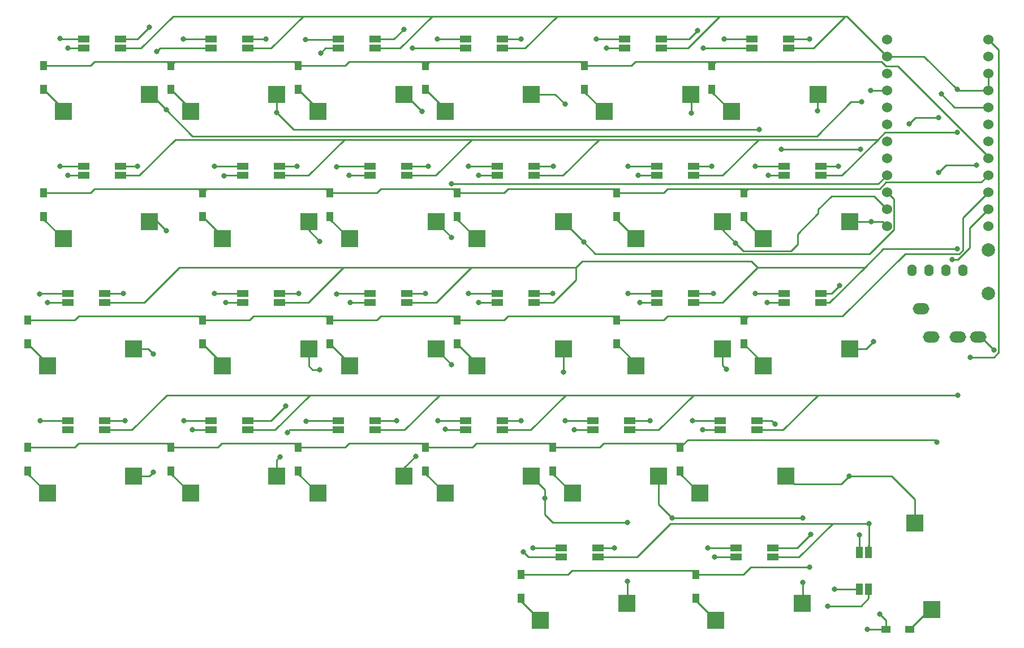
<source format=gbr>
G04 #@! TF.GenerationSoftware,KiCad,Pcbnew,(5.1.9)-1*
G04 #@! TF.CreationDate,2021-01-10T01:59:45+09:00*
G04 #@! TF.ProjectId,yuiop27,7975696f-7032-4372-9e6b-696361645f70,rev?*
G04 #@! TF.SameCoordinates,Original*
G04 #@! TF.FileFunction,Copper,L2,Bot*
G04 #@! TF.FilePolarity,Positive*
%FSLAX46Y46*%
G04 Gerber Fmt 4.6, Leading zero omitted, Abs format (unit mm)*
G04 Created by KiCad (PCBNEW (5.1.9)-1) date 2021-01-10 01:59:45*
%MOMM*%
%LPD*%
G01*
G04 APERTURE LIST*
G04 #@! TA.AperFunction,SMDPad,CuDef*
%ADD10R,2.550000X2.500000*%
G04 #@! TD*
G04 #@! TA.AperFunction,SMDPad,CuDef*
%ADD11R,1.000000X1.400000*%
G04 #@! TD*
G04 #@! TA.AperFunction,SMDPad,CuDef*
%ADD12R,1.400000X1.000000*%
G04 #@! TD*
G04 #@! TA.AperFunction,ComponentPad*
%ADD13O,2.500000X1.700000*%
G04 #@! TD*
G04 #@! TA.AperFunction,SMDPad,CuDef*
%ADD14R,1.000000X1.700000*%
G04 #@! TD*
G04 #@! TA.AperFunction,SMDPad,CuDef*
%ADD15R,1.700000X1.000000*%
G04 #@! TD*
G04 #@! TA.AperFunction,ComponentPad*
%ADD16O,1.397000X1.778000*%
G04 #@! TD*
G04 #@! TA.AperFunction,ComponentPad*
%ADD17C,2.000000*%
G04 #@! TD*
G04 #@! TA.AperFunction,SMDPad,CuDef*
%ADD18R,2.500000X2.550000*%
G04 #@! TD*
G04 #@! TA.AperFunction,ComponentPad*
%ADD19C,1.524000*%
G04 #@! TD*
G04 #@! TA.AperFunction,ViaPad*
%ADD20C,0.800000*%
G04 #@! TD*
G04 #@! TA.AperFunction,Conductor*
%ADD21C,0.250000*%
G04 #@! TD*
G04 APERTURE END LIST*
D10*
X172216750Y-129540000D03*
X159289750Y-132080000D03*
X168814750Y-93980000D03*
X181741750Y-91440000D03*
X106902250Y-113030000D03*
X119829250Y-110490000D03*
X145002250Y-93980000D03*
X157929250Y-91440000D03*
D11*
X80168750Y-68075000D03*
X80168750Y-71625000D03*
X99218750Y-68075000D03*
X99218750Y-71625000D03*
X118268750Y-71625000D03*
X118268750Y-68075000D03*
X137318750Y-68075000D03*
X137318750Y-71625000D03*
X161131250Y-68075000D03*
X161131250Y-71625000D03*
X180181250Y-71625000D03*
X180181250Y-68075000D03*
X80168750Y-90675000D03*
X80168750Y-87125000D03*
X103981250Y-90675000D03*
X103981250Y-87125000D03*
X123031250Y-87125000D03*
X123031250Y-90675000D03*
X142081250Y-90675000D03*
X142081250Y-87125000D03*
X165893750Y-90675000D03*
X165893750Y-87125000D03*
X184943750Y-87125000D03*
X184943750Y-90675000D03*
X77787500Y-106175000D03*
X77787500Y-109725000D03*
X103981250Y-109725000D03*
X103981250Y-106175000D03*
X123031250Y-109725000D03*
X123031250Y-106175000D03*
X142081250Y-106175000D03*
X142081250Y-109725000D03*
X165893750Y-106175000D03*
X165893750Y-109725000D03*
X184943750Y-106175000D03*
X184943750Y-109725000D03*
X77787500Y-125225000D03*
X77787500Y-128775000D03*
X99218750Y-125225000D03*
X99218750Y-128775000D03*
X118268750Y-125225000D03*
X118268750Y-128775000D03*
X137318750Y-125225000D03*
X137318750Y-128775000D03*
X156368750Y-128775000D03*
X156368750Y-125225000D03*
X175418750Y-128775000D03*
X175418750Y-125225000D03*
X151606250Y-144275000D03*
X151606250Y-147825000D03*
X177800000Y-144275000D03*
X177800000Y-147825000D03*
D12*
X209801000Y-152463500D03*
X206251000Y-152463500D03*
D13*
X219997750Y-108716500D03*
X216997750Y-108716500D03*
X212997750Y-108716500D03*
X211497750Y-104516500D03*
D14*
X203614250Y-146450500D03*
X202214250Y-146450500D03*
X203614250Y-140950500D03*
X202214250Y-140950500D03*
D15*
X183813000Y-141670000D03*
X183813000Y-140270000D03*
X189313000Y-141670000D03*
X189313000Y-140270000D03*
X181431750Y-122620000D03*
X181431750Y-121220000D03*
X186931750Y-122620000D03*
X186931750Y-121220000D03*
X196456750Y-102170000D03*
X196456750Y-103570000D03*
X190956750Y-102170000D03*
X190956750Y-103570000D03*
X190956750Y-84520000D03*
X190956750Y-83120000D03*
X196456750Y-84520000D03*
X196456750Y-83120000D03*
X191694250Y-64070000D03*
X191694250Y-65470000D03*
X186194250Y-64070000D03*
X186194250Y-65470000D03*
X167144250Y-65470000D03*
X167144250Y-64070000D03*
X172644250Y-65470000D03*
X172644250Y-64070000D03*
X177406750Y-83120000D03*
X177406750Y-84520000D03*
X171906750Y-83120000D03*
X171906750Y-84520000D03*
X171906750Y-103570000D03*
X171906750Y-102170000D03*
X177406750Y-103570000D03*
X177406750Y-102170000D03*
X167881750Y-121220000D03*
X167881750Y-122620000D03*
X162381750Y-121220000D03*
X162381750Y-122620000D03*
X157619250Y-141670000D03*
X157619250Y-140270000D03*
X163119250Y-141670000D03*
X163119250Y-140270000D03*
X148831750Y-121220000D03*
X148831750Y-122620000D03*
X143331750Y-121220000D03*
X143331750Y-122620000D03*
X148094250Y-103570000D03*
X148094250Y-102170000D03*
X153594250Y-103570000D03*
X153594250Y-102170000D03*
X153594250Y-83120000D03*
X153594250Y-84520000D03*
X148094250Y-83120000D03*
X148094250Y-84520000D03*
X143331750Y-65470000D03*
X143331750Y-64070000D03*
X148831750Y-65470000D03*
X148831750Y-64070000D03*
X129781750Y-64070000D03*
X129781750Y-65470000D03*
X124281750Y-64070000D03*
X124281750Y-65470000D03*
X129044250Y-84520000D03*
X129044250Y-83120000D03*
X134544250Y-84520000D03*
X134544250Y-83120000D03*
X134544250Y-102170000D03*
X134544250Y-103570000D03*
X129044250Y-102170000D03*
X129044250Y-103570000D03*
X129781750Y-121220000D03*
X129781750Y-122620000D03*
X124281750Y-121220000D03*
X124281750Y-122620000D03*
X110731750Y-121220000D03*
X110731750Y-122620000D03*
X105231750Y-121220000D03*
X105231750Y-122620000D03*
X109994250Y-103570000D03*
X109994250Y-102170000D03*
X115494250Y-103570000D03*
X115494250Y-102170000D03*
X115494250Y-83120000D03*
X115494250Y-84520000D03*
X109994250Y-83120000D03*
X109994250Y-84520000D03*
X105231750Y-65470000D03*
X105231750Y-64070000D03*
X110731750Y-65470000D03*
X110731750Y-64070000D03*
X91681750Y-64070000D03*
X91681750Y-65470000D03*
X86181750Y-64070000D03*
X86181750Y-65470000D03*
X86181750Y-84520000D03*
X86181750Y-83120000D03*
X91681750Y-84520000D03*
X91681750Y-83120000D03*
X83800500Y-103570000D03*
X83800500Y-102170000D03*
X89300500Y-103570000D03*
X89300500Y-102170000D03*
X83800500Y-122620000D03*
X83800500Y-121220000D03*
X89300500Y-122620000D03*
X89300500Y-121220000D03*
D16*
X210153250Y-98679000D03*
X212693250Y-98679000D03*
X215233250Y-98679000D03*
X217773250Y-98679000D03*
D17*
X221583250Y-95683000D03*
X221583250Y-102183000D03*
D10*
X83089750Y-74930000D03*
X96016750Y-72390000D03*
X102139750Y-74930000D03*
X115066750Y-72390000D03*
X134116750Y-72390000D03*
X121189750Y-74930000D03*
X153166750Y-72390000D03*
X140239750Y-74930000D03*
X176979250Y-72390000D03*
X164052250Y-74930000D03*
X196029250Y-72390000D03*
X183102250Y-74930000D03*
X96016750Y-91440000D03*
X83089750Y-93980000D03*
X119829250Y-91440000D03*
X106902250Y-93980000D03*
X125952250Y-93980000D03*
X138879250Y-91440000D03*
X200791750Y-91440000D03*
X187864750Y-93980000D03*
X93635500Y-110490000D03*
X80708500Y-113030000D03*
X125952250Y-113030000D03*
X138879250Y-110490000D03*
X145002250Y-113030000D03*
X157929250Y-110490000D03*
X168814750Y-113030000D03*
X181741750Y-110490000D03*
X187864750Y-113030000D03*
X200791750Y-110490000D03*
X93635500Y-129540000D03*
X80708500Y-132080000D03*
X102139750Y-132080000D03*
X115066750Y-129540000D03*
X134116750Y-129540000D03*
X121189750Y-132080000D03*
X153166750Y-129540000D03*
X140239750Y-132080000D03*
X191266750Y-129540000D03*
X178339750Y-132080000D03*
X167454250Y-148590000D03*
X154527250Y-151130000D03*
X193675000Y-148590000D03*
X180748000Y-151130000D03*
D18*
X210521550Y-136596450D03*
X213061550Y-149523450D03*
D19*
X221574650Y-64135000D03*
X221574650Y-66675000D03*
X221574650Y-69215000D03*
X221574650Y-71755000D03*
X221574650Y-74295000D03*
X221574650Y-76835000D03*
X221574650Y-79375000D03*
X221574650Y-81915000D03*
X221574650Y-84455000D03*
X221574650Y-86995000D03*
X221574650Y-89535000D03*
X221574650Y-92075000D03*
X206354650Y-92075000D03*
X206354650Y-89535000D03*
X206354650Y-86995000D03*
X206354650Y-84455000D03*
X206354650Y-81915000D03*
X206354650Y-79375000D03*
X206354650Y-76835000D03*
X206354650Y-74295000D03*
X206354650Y-71755000D03*
X206354650Y-69215000D03*
X206354650Y-66675000D03*
X206354650Y-64135000D03*
D20*
X213868000Y-124460000D03*
X216127500Y-97066902D03*
X205295500Y-150177500D03*
X203390500Y-152463500D03*
X194818000Y-143129000D03*
X222377000Y-110680500D03*
X216852500Y-71628000D03*
X203644500Y-136652000D03*
X216997750Y-117393250D03*
X216852500Y-95504000D03*
X216852500Y-78041500D03*
X181991000Y-64071500D03*
X186690000Y-83121500D03*
X177292000Y-121221500D03*
X186690000Y-102171500D03*
X167576500Y-102171500D03*
X162877500Y-64071500D03*
X167576500Y-83121500D03*
X143764000Y-102171500D03*
X139065000Y-64071500D03*
X143764000Y-83121500D03*
X139192000Y-121221500D03*
X124015500Y-102235000D03*
X119316500Y-64135000D03*
X124015500Y-83185000D03*
X119443500Y-121285000D03*
X203898500Y-71818500D03*
X79629000Y-121221500D03*
X79565500Y-102235000D03*
X82576749Y-83158251D03*
X82576749Y-64044751D03*
X101155500Y-121221500D03*
X105727500Y-102171500D03*
X105727500Y-83121500D03*
X101028500Y-64071500D03*
X153416000Y-140271500D03*
X158178500Y-121221500D03*
X179514500Y-140271500D03*
X198501000Y-146494500D03*
X197485000Y-148971000D03*
X194945000Y-138239500D03*
X202247500Y-138303000D03*
X218821000Y-111760000D03*
X189611000Y-121729500D03*
X180595500Y-141670000D03*
X178816000Y-122618500D03*
X199263000Y-101028500D03*
X188404500Y-103568500D03*
X199072500Y-83121500D03*
X188595000Y-84518500D03*
X194818000Y-64071500D03*
X178879500Y-65468500D03*
X177990500Y-62801500D03*
X164401500Y-65468500D03*
X180149500Y-83121500D03*
X169100500Y-84518500D03*
X180403500Y-102171500D03*
X169418000Y-103568500D03*
X170942000Y-121221500D03*
X159575500Y-122555000D03*
X165608000Y-140271500D03*
X151955500Y-140906500D03*
X151574500Y-121221500D03*
X140271500Y-122491500D03*
X156337000Y-102171500D03*
X145224500Y-103568500D03*
X156400500Y-83121500D03*
X145224500Y-84518500D03*
X151574500Y-64071500D03*
X135382000Y-65468500D03*
X134048500Y-62611000D03*
X121602500Y-66167000D03*
X137731500Y-83121500D03*
X125857000Y-84518500D03*
X137287000Y-102171500D03*
X126047500Y-103568500D03*
X132969000Y-121221500D03*
X116649500Y-122999500D03*
X116395500Y-118999000D03*
X102425500Y-122618500D03*
X118300500Y-102171500D03*
X107442000Y-103568500D03*
X118046500Y-83121500D03*
X107188000Y-84582000D03*
X113411000Y-64071500D03*
X97091500Y-65976500D03*
X96012000Y-62293500D03*
X83820000Y-65468500D03*
X94234000Y-83121500D03*
X83756500Y-84518500D03*
X92075000Y-102171500D03*
X80772000Y-103568500D03*
X92329000Y-121221500D03*
X209677000Y-76771500D03*
X214058500Y-75819000D03*
X214503000Y-72326500D03*
X214058500Y-84074000D03*
X219800000Y-82931000D03*
X96583500Y-128905000D03*
X98488500Y-74676000D03*
X98488500Y-92773500D03*
X96583500Y-111252000D03*
X202565000Y-73469500D03*
X115570000Y-126619000D03*
X115062000Y-75120500D03*
X202438000Y-80581500D03*
X190563500Y-80581500D03*
X187261500Y-77597000D03*
X121475500Y-113601500D03*
X121475500Y-94361000D03*
X135826500Y-126555500D03*
X136779000Y-74930000D03*
X141224000Y-93789500D03*
X141224000Y-112839500D03*
X141224000Y-85788500D03*
X157924500Y-113919000D03*
X167513000Y-136461500D03*
X167513000Y-145288000D03*
X155194000Y-132842000D03*
X160972500Y-94488000D03*
X158178500Y-73850500D03*
X177101500Y-75184000D03*
X193738500Y-135763000D03*
X193738500Y-145415000D03*
X174244000Y-135763000D03*
X183705500Y-94615000D03*
X182372000Y-113538000D03*
X200723500Y-129540000D03*
X195961000Y-74866500D03*
X204025500Y-91440000D03*
X204343000Y-109410500D03*
D21*
X98618749Y-67474999D02*
X99218750Y-68075000D01*
X87791749Y-67474999D02*
X98618749Y-67474999D01*
X87191748Y-68075000D02*
X87791749Y-67474999D01*
X80168750Y-68075000D02*
X87191748Y-68075000D01*
X117668749Y-67474999D02*
X118268750Y-68075000D01*
X99818751Y-67474999D02*
X117668749Y-67474999D01*
X99218750Y-68075000D02*
X99818751Y-67474999D01*
X136718749Y-67474999D02*
X137318750Y-68075000D01*
X125291748Y-68075000D02*
X125891749Y-67474999D01*
X125891749Y-67474999D02*
X136718749Y-67474999D01*
X118268750Y-68075000D02*
X125291748Y-68075000D01*
X160531249Y-67474999D02*
X161131250Y-68075000D01*
X137918751Y-67474999D02*
X160531249Y-67474999D01*
X137318750Y-68075000D02*
X137918751Y-67474999D01*
X179581249Y-67474999D02*
X180181250Y-68075000D01*
X168754249Y-67474999D02*
X179581249Y-67474999D01*
X168154248Y-68075000D02*
X168754249Y-67474999D01*
X161131250Y-68075000D02*
X168154248Y-68075000D01*
X221574650Y-81690648D02*
X221574650Y-81915000D01*
X206198887Y-68127999D02*
X208012001Y-68127999D01*
X205545887Y-67474999D02*
X206198887Y-68127999D01*
X180781251Y-67474999D02*
X205545887Y-67474999D01*
X208012001Y-68127999D02*
X221574650Y-81690648D01*
X180181250Y-68075000D02*
X180781251Y-67474999D01*
X83089750Y-74546000D02*
X80168750Y-71625000D01*
X83089750Y-74930000D02*
X83089750Y-74546000D01*
X102139750Y-74546000D02*
X99218750Y-71625000D01*
X102139750Y-74930000D02*
X102139750Y-74546000D01*
X121189750Y-74546000D02*
X118268750Y-71625000D01*
X121189750Y-74930000D02*
X121189750Y-74546000D01*
X140239750Y-74546000D02*
X137318750Y-71625000D01*
X140239750Y-74930000D02*
X140239750Y-74546000D01*
X161131250Y-72009000D02*
X164052250Y-74930000D01*
X161131250Y-71625000D02*
X161131250Y-72009000D01*
X180181250Y-72009000D02*
X183102250Y-74930000D01*
X180181250Y-71625000D02*
X180181250Y-72009000D01*
X80168750Y-91059000D02*
X83089750Y-93980000D01*
X80168750Y-90675000D02*
X80168750Y-91059000D01*
X103381249Y-86524999D02*
X103981250Y-87125000D01*
X87791749Y-86524999D02*
X103381249Y-86524999D01*
X87191748Y-87125000D02*
X87791749Y-86524999D01*
X80168750Y-87125000D02*
X87191748Y-87125000D01*
X122431249Y-86524999D02*
X123031250Y-87125000D01*
X104581251Y-86524999D02*
X122431249Y-86524999D01*
X103981250Y-87125000D02*
X104581251Y-86524999D01*
X141481249Y-86524999D02*
X142081250Y-87125000D01*
X130654249Y-86524999D02*
X141481249Y-86524999D01*
X130054248Y-87125000D02*
X130654249Y-86524999D01*
X123031250Y-87125000D02*
X130054248Y-87125000D01*
X165293749Y-86524999D02*
X165893750Y-87125000D01*
X149704249Y-86524999D02*
X165293749Y-86524999D01*
X149104248Y-87125000D02*
X149704249Y-86524999D01*
X142081250Y-87125000D02*
X149104248Y-87125000D01*
X184343749Y-86524999D02*
X184943750Y-87125000D01*
X172916748Y-87125000D02*
X173516749Y-86524999D01*
X173516749Y-86524999D02*
X184343749Y-86524999D01*
X165893750Y-87125000D02*
X172916748Y-87125000D01*
X220487649Y-85542001D02*
X221574650Y-84455000D01*
X205267649Y-86524999D02*
X206250647Y-85542001D01*
X185543751Y-86524999D02*
X205267649Y-86524999D01*
X206250647Y-85542001D02*
X220487649Y-85542001D01*
X184943750Y-87125000D02*
X185543751Y-86524999D01*
X106902250Y-93596000D02*
X103981250Y-90675000D01*
X106902250Y-93980000D02*
X106902250Y-93596000D01*
X123031250Y-91059000D02*
X125952250Y-93980000D01*
X123031250Y-90675000D02*
X123031250Y-91059000D01*
X142081250Y-91059000D02*
X145002250Y-93980000D01*
X165893750Y-91059000D02*
X168814750Y-93980000D01*
X165893750Y-90675000D02*
X165893750Y-91059000D01*
X184943750Y-91059000D02*
X187864750Y-93980000D01*
X184943750Y-90675000D02*
X184943750Y-91059000D01*
X80708500Y-112646000D02*
X77787500Y-109725000D01*
X80708500Y-113030000D02*
X80708500Y-112646000D01*
X103381249Y-105574999D02*
X103981250Y-106175000D01*
X85410499Y-105574999D02*
X103381249Y-105574999D01*
X84810498Y-106175000D02*
X85410499Y-105574999D01*
X77787500Y-106175000D02*
X84810498Y-106175000D01*
X122431249Y-105574999D02*
X123031250Y-106175000D01*
X111604249Y-105574999D02*
X122431249Y-105574999D01*
X111004248Y-106175000D02*
X111604249Y-105574999D01*
X103981250Y-106175000D02*
X111004248Y-106175000D01*
X141481249Y-105574999D02*
X142081250Y-106175000D01*
X130654249Y-105574999D02*
X141481249Y-105574999D01*
X130054248Y-106175000D02*
X130654249Y-105574999D01*
X123031250Y-106175000D02*
X130054248Y-106175000D01*
X165293749Y-105574999D02*
X165893750Y-106175000D01*
X149704249Y-105574999D02*
X165293749Y-105574999D01*
X149104248Y-106175000D02*
X149704249Y-105574999D01*
X142081250Y-106175000D02*
X149104248Y-106175000D01*
X184343749Y-105574999D02*
X184943750Y-106175000D01*
X173516749Y-105574999D02*
X184343749Y-105574999D01*
X172916748Y-106175000D02*
X173516749Y-105574999D01*
X165893750Y-106175000D02*
X172916748Y-106175000D01*
X217200501Y-96229001D02*
X217741500Y-95688002D01*
X209078999Y-96229001D02*
X217200501Y-96229001D01*
X199733001Y-105574999D02*
X209078999Y-96229001D01*
X185543751Y-105574999D02*
X199733001Y-105574999D01*
X184943750Y-106175000D02*
X185543751Y-105574999D01*
X217741500Y-90828150D02*
X221574650Y-86995000D01*
X217741500Y-95688002D02*
X217741500Y-90828150D01*
X106902250Y-112646000D02*
X103981250Y-109725000D01*
X106902250Y-113030000D02*
X106902250Y-112646000D01*
X125952250Y-112646000D02*
X123031250Y-109725000D01*
X125952250Y-113030000D02*
X125952250Y-112646000D01*
X145002250Y-112646000D02*
X142081250Y-109725000D01*
X145002250Y-113030000D02*
X145002250Y-112646000D01*
X168814750Y-112646000D02*
X165893750Y-109725000D01*
X168814750Y-113030000D02*
X168814750Y-112646000D01*
X187864750Y-112646000D02*
X184943750Y-109725000D01*
X187864750Y-113030000D02*
X187864750Y-112646000D01*
X98618749Y-124624999D02*
X99218750Y-125225000D01*
X85410499Y-124624999D02*
X98618749Y-124624999D01*
X84810498Y-125225000D02*
X85410499Y-124624999D01*
X77787500Y-125225000D02*
X84810498Y-125225000D01*
X117668749Y-124624999D02*
X118268750Y-125225000D01*
X106841749Y-124624999D02*
X117668749Y-124624999D01*
X106241748Y-125225000D02*
X106841749Y-124624999D01*
X99218750Y-125225000D02*
X106241748Y-125225000D01*
X136718749Y-124624999D02*
X137318750Y-125225000D01*
X125891749Y-124624999D02*
X136718749Y-124624999D01*
X125291748Y-125225000D02*
X125891749Y-124624999D01*
X118268750Y-125225000D02*
X125291748Y-125225000D01*
X155768749Y-124624999D02*
X156368750Y-125225000D01*
X144941749Y-124624999D02*
X155768749Y-124624999D01*
X144341748Y-125225000D02*
X144941749Y-124624999D01*
X137318750Y-125225000D02*
X144341748Y-125225000D01*
X174818749Y-124624999D02*
X175418750Y-125225000D01*
X163991749Y-124624999D02*
X174818749Y-124624999D01*
X163391748Y-125225000D02*
X163991749Y-124624999D01*
X156368750Y-125225000D02*
X163391748Y-125225000D01*
X216999010Y-97066902D02*
X218757500Y-95308412D01*
X216127500Y-97066902D02*
X216999010Y-97066902D01*
X218757500Y-92352150D02*
X221574650Y-89535000D01*
X218757500Y-95308412D02*
X218757500Y-92352150D01*
X213487000Y-124079000D02*
X213868000Y-124460000D01*
X176564750Y-124079000D02*
X213487000Y-124079000D01*
X175418750Y-125225000D02*
X176564750Y-124079000D01*
X77787500Y-129159000D02*
X80708500Y-132080000D01*
X77787500Y-128775000D02*
X77787500Y-129159000D01*
X99218750Y-129159000D02*
X102139750Y-132080000D01*
X99218750Y-128775000D02*
X99218750Y-129159000D01*
X118268750Y-129159000D02*
X121189750Y-132080000D01*
X118268750Y-128775000D02*
X118268750Y-129159000D01*
X137318750Y-129159000D02*
X140239750Y-132080000D01*
X137318750Y-128775000D02*
X137318750Y-129159000D01*
X156368750Y-129159000D02*
X159289750Y-132080000D01*
X156368750Y-128775000D02*
X156368750Y-129159000D01*
X175418750Y-129159000D02*
X178339750Y-132080000D01*
X175418750Y-128775000D02*
X175418750Y-129159000D01*
X177199999Y-143674999D02*
X177800000Y-144275000D01*
X159229249Y-143674999D02*
X177199999Y-143674999D01*
X158629248Y-144275000D02*
X159229249Y-143674999D01*
X151606250Y-144275000D02*
X158629248Y-144275000D01*
X203396998Y-152463500D02*
X206251000Y-152463500D01*
X184849998Y-144275000D02*
X185995998Y-143129000D01*
X177800000Y-144275000D02*
X184849998Y-144275000D01*
X206251000Y-151133000D02*
X205295500Y-150177500D01*
X206251000Y-152463500D02*
X206251000Y-151133000D01*
X203396998Y-152463500D02*
X203390500Y-152463500D01*
X194818000Y-143129000D02*
X185995998Y-143129000D01*
X151606250Y-148209000D02*
X154527250Y-151130000D01*
X151606250Y-147825000D02*
X151606250Y-148209000D01*
X177800000Y-148182000D02*
X180748000Y-151130000D01*
X177800000Y-147825000D02*
X177800000Y-148182000D01*
X212741050Y-149523450D02*
X209801000Y-152463500D01*
X213061550Y-149523450D02*
X212741050Y-149523450D01*
X220413000Y-108716500D02*
X219997750Y-108716500D01*
X222377000Y-110680500D02*
X220413000Y-108716500D01*
X221574650Y-71755000D02*
X221574650Y-69215000D01*
X206354650Y-66675000D02*
X200342500Y-60662850D01*
X94717700Y-65470000D02*
X91681750Y-65470000D01*
X99524850Y-60662850D02*
X94717700Y-65470000D01*
X114235000Y-65470000D02*
X119042150Y-60662850D01*
X110731750Y-65470000D02*
X114235000Y-65470000D01*
X119042150Y-60662850D02*
X99524850Y-60662850D01*
X133539000Y-65470000D02*
X138346150Y-60662850D01*
X129781750Y-65470000D02*
X133539000Y-65470000D01*
X138346150Y-60662850D02*
X119042150Y-60662850D01*
X152248700Y-65470000D02*
X157055850Y-60662850D01*
X157055850Y-60662850D02*
X138346150Y-60662850D01*
X148831750Y-65470000D02*
X152248700Y-65470000D01*
X176569200Y-65470000D02*
X181376350Y-60662850D01*
X172644250Y-65470000D02*
X176569200Y-65470000D01*
X195365200Y-65470000D02*
X200172350Y-60662850D01*
X191694250Y-65470000D02*
X195365200Y-65470000D01*
X200172350Y-60662850D02*
X181376350Y-60662850D01*
X200342500Y-60662850D02*
X200172350Y-60662850D01*
X181376350Y-60662850D02*
X158539150Y-60662850D01*
X158539150Y-60662850D02*
X157055850Y-60662850D01*
X168945760Y-141670000D02*
X163119250Y-141670000D01*
X174008630Y-136607130D02*
X168945760Y-141670000D01*
X193229000Y-141670000D02*
X198291870Y-136607130D01*
X189313000Y-141670000D02*
X193229000Y-141670000D01*
X203614250Y-139860250D02*
X203614250Y-140950500D01*
X93407000Y-122620000D02*
X89300500Y-122620000D01*
X98615500Y-117411500D02*
X93407000Y-122620000D01*
X114806500Y-122620000D02*
X120015000Y-117411500D01*
X110731750Y-122620000D02*
X114806500Y-122620000D01*
X120015000Y-117411500D02*
X98615500Y-117411500D01*
X134174000Y-122620000D02*
X139382500Y-117411500D01*
X129781750Y-122620000D02*
X134174000Y-122620000D01*
X139382500Y-117411500D02*
X120015000Y-117411500D01*
X153097000Y-122620000D02*
X158305500Y-117411500D01*
X148831750Y-122620000D02*
X153097000Y-122620000D01*
X158305500Y-117411500D02*
X139382500Y-117411500D01*
X167881750Y-122620000D02*
X172210500Y-122620000D01*
X172210500Y-122620000D02*
X177419000Y-117411500D01*
X177419000Y-117411500D02*
X158305500Y-117411500D01*
X186931750Y-122620000D02*
X190816000Y-122620000D01*
X196024500Y-117411500D02*
X177419000Y-117411500D01*
X190816000Y-122620000D02*
X196024500Y-117411500D01*
X94486691Y-84520000D02*
X99884463Y-79122228D01*
X99884463Y-79122228D02*
X99884463Y-79121000D01*
X91681750Y-84520000D02*
X94486691Y-84520000D01*
X119759500Y-84520000D02*
X125158500Y-79121000D01*
X125158500Y-79121000D02*
X99884463Y-79121000D01*
X115494250Y-84520000D02*
X119759500Y-84520000D01*
X138873000Y-84520000D02*
X144272000Y-79121000D01*
X134544250Y-84520000D02*
X138873000Y-84520000D01*
X144272000Y-79121000D02*
X125158500Y-79121000D01*
X157859500Y-84520000D02*
X163258500Y-79121000D01*
X153594250Y-84520000D02*
X157859500Y-84520000D01*
X163258500Y-79121000D02*
X144272000Y-79121000D01*
X181735500Y-84520000D02*
X187134500Y-79121000D01*
X177406750Y-84520000D02*
X181735500Y-84520000D01*
X187134500Y-79121000D02*
X163258500Y-79121000D01*
X95211118Y-103570000D02*
X100501809Y-98279309D01*
X89300500Y-103570000D02*
X95211118Y-103570000D01*
X115494250Y-103570000D02*
X119759500Y-103570000D01*
X125050191Y-98279309D02*
X100501809Y-98279309D01*
X119759500Y-103570000D02*
X125050191Y-98279309D01*
X138899118Y-103570000D02*
X144189809Y-98279309D01*
X134544250Y-103570000D02*
X138899118Y-103570000D01*
X144189809Y-98279309D02*
X125050191Y-98279309D01*
X156417409Y-103570000D02*
X159848191Y-100139218D01*
X153594250Y-103570000D02*
X156417409Y-103570000D01*
X159848191Y-98279309D02*
X144189809Y-98279309D01*
X159848191Y-100139218D02*
X159848191Y-98279309D01*
X181735500Y-103570000D02*
X187026191Y-98279309D01*
X177406750Y-103570000D02*
X181735500Y-103570000D01*
X203054309Y-98279309D02*
X187026191Y-98279309D01*
X216979500Y-71755000D02*
X216852500Y-71628000D01*
X221574650Y-71755000D02*
X216979500Y-71755000D01*
X198101370Y-136607130D02*
X174008630Y-136607130D01*
X198146240Y-136652000D02*
X198101370Y-136607130D01*
X203644500Y-136652000D02*
X198146240Y-136652000D01*
X198291870Y-136607130D02*
X198101370Y-136607130D01*
X203644500Y-140920250D02*
X203614250Y-140950500D01*
X203644500Y-136652000D02*
X203644500Y-140920250D01*
X211899500Y-66675000D02*
X206354650Y-66675000D01*
X216852500Y-71628000D02*
X211899500Y-66675000D01*
X216979500Y-117411500D02*
X216997750Y-117393250D01*
X196024500Y-117411500D02*
X216979500Y-117411500D01*
X205829618Y-95504000D02*
X216852500Y-95504000D01*
X203054309Y-98279309D02*
X205829618Y-95504000D01*
X197763618Y-103570000D02*
X203054309Y-98279309D01*
X196456750Y-103570000D02*
X197763618Y-103570000D01*
X204999888Y-79121000D02*
X206079388Y-78041500D01*
X187134500Y-79121000D02*
X204999888Y-79121000D01*
X206079388Y-78041500D02*
X216852500Y-78041500D01*
X199600888Y-84520000D02*
X204999888Y-79121000D01*
X196456750Y-84520000D02*
X199600888Y-84520000D01*
X160782000Y-97345500D02*
X159848191Y-98279309D01*
X186092382Y-97345500D02*
X160782000Y-97345500D01*
X187026191Y-98279309D02*
X186092382Y-97345500D01*
X203962000Y-71755000D02*
X203898500Y-71818500D01*
X206354650Y-71755000D02*
X203962000Y-71755000D01*
X145988000Y-83120000D02*
X145986500Y-83121500D01*
X107761000Y-102170000D02*
X107759500Y-102171500D01*
X126874500Y-102170000D02*
X126873000Y-102171500D01*
X145924500Y-102170000D02*
X145923000Y-102171500D01*
X83799000Y-121221500D02*
X83800500Y-121220000D01*
X79629000Y-121221500D02*
X83799000Y-121221500D01*
X79630500Y-102170000D02*
X79565500Y-102235000D01*
X83800500Y-102170000D02*
X79630500Y-102170000D01*
X82615000Y-83120000D02*
X82576749Y-83158251D01*
X86181750Y-83120000D02*
X82615000Y-83120000D01*
X82601998Y-64070000D02*
X82576749Y-64044751D01*
X86181750Y-64070000D02*
X82601998Y-64070000D01*
X105230250Y-121221500D02*
X105231750Y-121220000D01*
X101155500Y-121221500D02*
X105230250Y-121221500D01*
X105729000Y-102170000D02*
X105727500Y-102171500D01*
X109994250Y-102170000D02*
X105729000Y-102170000D01*
X105729000Y-83120000D02*
X105727500Y-83121500D01*
X109994250Y-83120000D02*
X105729000Y-83120000D01*
X101030000Y-64070000D02*
X101028500Y-64071500D01*
X105231750Y-64070000D02*
X101030000Y-64070000D01*
X124216750Y-64135000D02*
X124281750Y-64070000D01*
X119316500Y-64135000D02*
X124216750Y-64135000D01*
X124080500Y-83120000D02*
X124015500Y-83185000D01*
X129044250Y-83120000D02*
X124080500Y-83120000D01*
X124080500Y-102170000D02*
X124015500Y-102235000D01*
X129044250Y-102170000D02*
X124080500Y-102170000D01*
X119508500Y-121220000D02*
X119443500Y-121285000D01*
X124281750Y-121220000D02*
X119508500Y-121220000D01*
X139066500Y-64070000D02*
X139065000Y-64071500D01*
X143331750Y-64070000D02*
X139066500Y-64070000D01*
X143765500Y-83120000D02*
X143764000Y-83121500D01*
X148094250Y-83120000D02*
X143765500Y-83120000D01*
X143765500Y-102170000D02*
X143764000Y-102171500D01*
X148094250Y-102170000D02*
X143765500Y-102170000D01*
X139193500Y-121220000D02*
X139192000Y-121221500D01*
X143331750Y-121220000D02*
X139193500Y-121220000D01*
X162879000Y-64070000D02*
X162877500Y-64071500D01*
X167144250Y-64070000D02*
X162879000Y-64070000D01*
X167578000Y-83120000D02*
X167576500Y-83121500D01*
X171906750Y-83120000D02*
X167578000Y-83120000D01*
X158180000Y-121220000D02*
X158178500Y-121221500D01*
X162381750Y-121220000D02*
X158180000Y-121220000D01*
X167578000Y-102170000D02*
X167576500Y-102171500D01*
X171906750Y-102170000D02*
X167578000Y-102170000D01*
X181992500Y-64070000D02*
X181991000Y-64071500D01*
X186194250Y-64070000D02*
X181992500Y-64070000D01*
X186691500Y-83120000D02*
X186690000Y-83121500D01*
X190956750Y-83120000D02*
X186691500Y-83120000D01*
X186691500Y-102170000D02*
X186690000Y-102171500D01*
X190956750Y-102170000D02*
X186691500Y-102170000D01*
X180330250Y-121221500D02*
X177292000Y-121221500D01*
X180331750Y-121220000D02*
X180330250Y-121221500D01*
X181431750Y-121220000D02*
X180331750Y-121220000D01*
X153417500Y-140270000D02*
X153416000Y-140271500D01*
X157619250Y-140270000D02*
X153417500Y-140270000D01*
X183811500Y-140271500D02*
X183813000Y-140270000D01*
X179514500Y-140271500D02*
X183811500Y-140271500D01*
X202170250Y-146494500D02*
X202214250Y-146450500D01*
X198501000Y-146494500D02*
X202170250Y-146494500D01*
X203614250Y-146450500D02*
X203614250Y-147858250D01*
X202501500Y-148971000D02*
X197485000Y-148971000D01*
X203614250Y-147858250D02*
X202501500Y-148971000D01*
X192914500Y-140270000D02*
X189313000Y-140270000D01*
X194945000Y-138239500D02*
X192914500Y-140270000D01*
X202214250Y-138336250D02*
X202247500Y-138303000D01*
X202214250Y-140950500D02*
X202214250Y-138336250D01*
X223102001Y-65662351D02*
X221574650Y-64135000D01*
X223102001Y-111028501D02*
X223102001Y-65662351D01*
X222370502Y-111760000D02*
X223102001Y-111028501D01*
X218821000Y-111760000D02*
X222370502Y-111760000D01*
X183813000Y-141670000D02*
X183767500Y-141670000D01*
X189101500Y-121220000D02*
X186931750Y-121220000D01*
X189611000Y-121729500D02*
X189101500Y-121220000D01*
X183813000Y-141670000D02*
X180595500Y-141670000D01*
X178817500Y-122620000D02*
X178816000Y-122618500D01*
X181431750Y-122620000D02*
X178817500Y-122620000D01*
X198121500Y-102170000D02*
X196456750Y-102170000D01*
X199263000Y-101028500D02*
X198121500Y-102170000D01*
X188406000Y-103570000D02*
X188404500Y-103568500D01*
X190956750Y-103570000D02*
X188406000Y-103570000D01*
X196458250Y-83121500D02*
X196456750Y-83120000D01*
X199072500Y-83121500D02*
X196458250Y-83121500D01*
X188596500Y-84520000D02*
X188595000Y-84518500D01*
X190956750Y-84520000D02*
X188596500Y-84520000D01*
X191695750Y-64071500D02*
X191694250Y-64070000D01*
X194818000Y-64071500D02*
X191695750Y-64071500D01*
X186194250Y-65470000D02*
X186194250Y-65456250D01*
X186182000Y-65468500D02*
X178879500Y-65468500D01*
X186194250Y-65456250D02*
X186182000Y-65468500D01*
X176722000Y-64070000D02*
X172644250Y-64070000D01*
X177990500Y-62801500D02*
X176722000Y-64070000D01*
X164403000Y-65470000D02*
X164401500Y-65468500D01*
X167144250Y-65470000D02*
X164403000Y-65470000D01*
X177408250Y-83121500D02*
X177406750Y-83120000D01*
X180149500Y-83121500D02*
X177408250Y-83121500D01*
X169102000Y-84520000D02*
X169100500Y-84518500D01*
X171906750Y-84520000D02*
X169102000Y-84520000D01*
X177408250Y-102171500D02*
X177406750Y-102170000D01*
X180403500Y-102171500D02*
X177408250Y-102171500D01*
X169419500Y-103570000D02*
X169418000Y-103568500D01*
X171906750Y-103570000D02*
X169419500Y-103570000D01*
X167883250Y-121221500D02*
X167881750Y-121220000D01*
X170942000Y-121221500D02*
X167883250Y-121221500D01*
X159640500Y-122620000D02*
X159575500Y-122555000D01*
X162381750Y-122620000D02*
X159640500Y-122620000D01*
X163120750Y-140271500D02*
X163119250Y-140270000D01*
X165608000Y-140271500D02*
X163120750Y-140271500D01*
X152719000Y-141670000D02*
X151955500Y-140906500D01*
X157619250Y-141670000D02*
X152719000Y-141670000D01*
X148833250Y-121221500D02*
X148831750Y-121220000D01*
X151574500Y-121221500D02*
X148833250Y-121221500D01*
X140400000Y-122620000D02*
X140271500Y-122491500D01*
X143331750Y-122620000D02*
X140400000Y-122620000D01*
X153595750Y-102171500D02*
X153594250Y-102170000D01*
X156337000Y-102171500D02*
X153595750Y-102171500D01*
X148094250Y-103570000D02*
X148207500Y-103570000D01*
X148206000Y-103568500D02*
X145224500Y-103568500D01*
X148207500Y-103570000D02*
X148206000Y-103568500D01*
X153595750Y-83121500D02*
X153594250Y-83120000D01*
X156400500Y-83121500D02*
X153595750Y-83121500D01*
X145226000Y-84520000D02*
X145224500Y-84518500D01*
X148094250Y-84520000D02*
X145226000Y-84520000D01*
X148833250Y-64071500D02*
X148831750Y-64070000D01*
X151574500Y-64071500D02*
X148833250Y-64071500D01*
X135383500Y-65470000D02*
X135382000Y-65468500D01*
X143331750Y-65470000D02*
X135383500Y-65470000D01*
X132589500Y-64070000D02*
X129781750Y-64070000D01*
X134048500Y-62611000D02*
X132589500Y-64070000D01*
X122299500Y-65470000D02*
X121602500Y-66167000D01*
X124281750Y-65470000D02*
X122299500Y-65470000D01*
X134545750Y-83121500D02*
X134544250Y-83120000D01*
X137731500Y-83121500D02*
X134545750Y-83121500D01*
X125858500Y-84520000D02*
X125857000Y-84518500D01*
X129044250Y-84520000D02*
X125858500Y-84520000D01*
X134545750Y-102171500D02*
X134544250Y-102170000D01*
X137287000Y-102171500D02*
X134545750Y-102171500D01*
X126049000Y-103570000D02*
X126047500Y-103568500D01*
X129044250Y-103570000D02*
X126049000Y-103570000D01*
X129783250Y-121221500D02*
X129781750Y-121220000D01*
X132969000Y-121221500D02*
X129783250Y-121221500D01*
X117029000Y-122620000D02*
X116649500Y-122999500D01*
X124281750Y-122620000D02*
X117029000Y-122620000D01*
X114174500Y-121220000D02*
X110731750Y-121220000D01*
X116395500Y-118999000D02*
X114174500Y-121220000D01*
X102427000Y-122620000D02*
X102425500Y-122618500D01*
X105231750Y-122620000D02*
X102427000Y-122620000D01*
X115495750Y-102171500D02*
X115494250Y-102170000D01*
X118300500Y-102171500D02*
X115495750Y-102171500D01*
X107443500Y-103570000D02*
X107442000Y-103568500D01*
X109994250Y-103570000D02*
X107443500Y-103570000D01*
X115495750Y-83121500D02*
X115494250Y-83120000D01*
X118046500Y-83121500D02*
X115495750Y-83121500D01*
X107250000Y-84520000D02*
X107188000Y-84582000D01*
X109994250Y-84520000D02*
X107250000Y-84520000D01*
X110733250Y-64071500D02*
X110731750Y-64070000D01*
X113411000Y-64071500D02*
X110733250Y-64071500D01*
X97598000Y-65470000D02*
X97091500Y-65976500D01*
X105231750Y-65470000D02*
X97598000Y-65470000D01*
X94235500Y-64070000D02*
X91681750Y-64070000D01*
X96012000Y-62293500D02*
X94235500Y-64070000D01*
X83821500Y-65470000D02*
X83820000Y-65468500D01*
X86181750Y-65470000D02*
X83821500Y-65470000D01*
X91683250Y-83121500D02*
X91681750Y-83120000D01*
X94234000Y-83121500D02*
X91683250Y-83121500D01*
X83758000Y-84520000D02*
X83756500Y-84518500D01*
X86181750Y-84520000D02*
X83758000Y-84520000D01*
X89302000Y-102171500D02*
X89300500Y-102170000D01*
X92075000Y-102171500D02*
X89302000Y-102171500D01*
X80773500Y-103570000D02*
X80772000Y-103568500D01*
X83800500Y-103570000D02*
X80773500Y-103570000D01*
X89302000Y-121221500D02*
X89300500Y-121220000D01*
X92329000Y-121221500D02*
X89302000Y-121221500D01*
X210629500Y-75819000D02*
X214058500Y-75819000D01*
X209677000Y-76771500D02*
X210629500Y-75819000D01*
X216471500Y-74295000D02*
X221574650Y-74295000D01*
X214503000Y-72326500D02*
X216471500Y-74295000D01*
X215201500Y-82931000D02*
X219800000Y-82931000D01*
X214058500Y-84074000D02*
X215201500Y-82931000D01*
X95948500Y-129540000D02*
X96583500Y-128905000D01*
X93635500Y-129540000D02*
X95948500Y-129540000D01*
X96202500Y-72390000D02*
X96016750Y-72390000D01*
X98488500Y-74676000D02*
X96202500Y-72390000D01*
X95821500Y-110490000D02*
X96583500Y-111252000D01*
X93635500Y-110490000D02*
X95821500Y-110490000D01*
X97155000Y-91440000D02*
X98488500Y-92773500D01*
X96016750Y-91440000D02*
X97155000Y-91440000D01*
X202565000Y-73469500D02*
X201002081Y-73469500D01*
X201002081Y-73469500D02*
X195858581Y-78613000D01*
X102425500Y-78613000D02*
X98488500Y-74676000D01*
X195858581Y-78613000D02*
X102425500Y-78613000D01*
X115066750Y-127122250D02*
X115570000Y-126619000D01*
X115066750Y-129540000D02*
X115066750Y-127122250D01*
X119824500Y-110494750D02*
X119829250Y-110490000D01*
X119761000Y-91508250D02*
X119829250Y-91440000D01*
X115062000Y-72394750D02*
X115066750Y-72390000D01*
X115062000Y-75120500D02*
X115062000Y-72394750D01*
X202438000Y-80581500D02*
X190563500Y-80581500D01*
X117538500Y-77597000D02*
X115062000Y-75120500D01*
X187261500Y-77597000D02*
X117538500Y-77597000D01*
X121475500Y-113601500D02*
X120396000Y-113601500D01*
X119829250Y-113034750D02*
X119829250Y-110490000D01*
X120396000Y-113601500D02*
X119829250Y-113034750D01*
X119829250Y-92714750D02*
X121475500Y-94361000D01*
X119829250Y-91440000D02*
X119829250Y-92714750D01*
X134116750Y-128265250D02*
X135826500Y-126555500D01*
X134116750Y-129540000D02*
X134116750Y-128265250D01*
X134239000Y-72390000D02*
X134116750Y-72390000D01*
X136779000Y-74930000D02*
X134239000Y-72390000D01*
X138879250Y-91444750D02*
X141224000Y-93789500D01*
X138879250Y-91440000D02*
X138879250Y-91444750D01*
X138879250Y-110494750D02*
X141224000Y-112839500D01*
X138879250Y-110490000D02*
X138879250Y-110494750D01*
X141257490Y-85755010D02*
X141224000Y-85788500D01*
X205054640Y-85755010D02*
X141257490Y-85755010D01*
X206354650Y-84455000D02*
X205054640Y-85755010D01*
X203783401Y-96255011D02*
X162744261Y-96255011D01*
X207441651Y-92596761D02*
X203783401Y-96255011D01*
X207441651Y-88082001D02*
X207441651Y-92596761D01*
X206354650Y-86995000D02*
X207441651Y-88082001D01*
X157924500Y-110485250D02*
X157929250Y-110490000D01*
X153162000Y-129535250D02*
X153166750Y-129540000D01*
X156337000Y-136461500D02*
X167513000Y-136461500D01*
X167513000Y-148531250D02*
X167454250Y-148590000D01*
X167513000Y-145288000D02*
X167513000Y-148531250D01*
X155162250Y-131535500D02*
X153166750Y-129540000D01*
X155162250Y-135286750D02*
X156337000Y-136461500D01*
X155162250Y-132810250D02*
X155194000Y-132842000D01*
X155162250Y-132619750D02*
X155162250Y-132810250D01*
X155162250Y-135286750D02*
X155162250Y-132619750D01*
X155162250Y-132619750D02*
X155162250Y-131535500D01*
X162739511Y-96255011D02*
X160972500Y-94488000D01*
X162744261Y-96255011D02*
X162739511Y-96255011D01*
X157929250Y-91444750D02*
X157929250Y-91440000D01*
X160972500Y-94488000D02*
X157929250Y-91444750D01*
X156718000Y-72390000D02*
X158178500Y-73850500D01*
X153166750Y-72390000D02*
X156718000Y-72390000D01*
X157929250Y-113914250D02*
X157924500Y-113919000D01*
X157929250Y-110490000D02*
X157929250Y-113914250D01*
X177101500Y-72512250D02*
X176979250Y-72390000D01*
X177101500Y-75184000D02*
X177101500Y-72512250D01*
X181800500Y-110431250D02*
X181741750Y-110490000D01*
X172212000Y-129535250D02*
X172216750Y-129540000D01*
X175895000Y-135763000D02*
X193738500Y-135763000D01*
X193738500Y-148526500D02*
X193675000Y-148590000D01*
X193738500Y-145415000D02*
X193738500Y-148526500D01*
X174244000Y-135763000D02*
X175895000Y-135763000D01*
X172216750Y-133735750D02*
X174244000Y-135763000D01*
X172216750Y-129540000D02*
X172216750Y-133735750D01*
X192042751Y-95805001D02*
X184895501Y-95805001D01*
X192991751Y-94856001D02*
X192042751Y-95805001D01*
X192991751Y-93263997D02*
X192991751Y-94856001D01*
X196081751Y-90173997D02*
X192991751Y-93263997D01*
X184895501Y-95805001D02*
X183705500Y-94615000D01*
X196081751Y-89604749D02*
X196081751Y-90173997D01*
X198061501Y-87624999D02*
X196081751Y-89604749D01*
X204444649Y-87624999D02*
X198061501Y-87624999D01*
X206354650Y-89535000D02*
X204444649Y-87624999D01*
X181741750Y-92651250D02*
X183705500Y-94615000D01*
X181741750Y-91440000D02*
X181741750Y-92651250D01*
X181741750Y-112907750D02*
X182372000Y-113538000D01*
X181741750Y-110490000D02*
X181741750Y-112907750D01*
X205719650Y-91440000D02*
X206354650Y-92075000D01*
X200787000Y-110485250D02*
X200791750Y-110490000D01*
X200723500Y-129540000D02*
X207073500Y-129540000D01*
X210521550Y-132988050D02*
X210521550Y-136596450D01*
X207073500Y-129540000D02*
X210521550Y-132988050D01*
X195961000Y-72458250D02*
X196029250Y-72390000D01*
X195961000Y-74866500D02*
X195961000Y-72458250D01*
X192473250Y-130746500D02*
X191266750Y-129540000D01*
X199517000Y-130746500D02*
X192473250Y-130746500D01*
X200723500Y-129540000D02*
X199517000Y-130746500D01*
X203327000Y-91440000D02*
X204025500Y-91440000D01*
X200791750Y-91440000D02*
X203327000Y-91440000D01*
X203327000Y-91440000D02*
X205719650Y-91440000D01*
X203263500Y-110490000D02*
X200791750Y-110490000D01*
X204343000Y-109410500D02*
X203263500Y-110490000D01*
M02*

</source>
